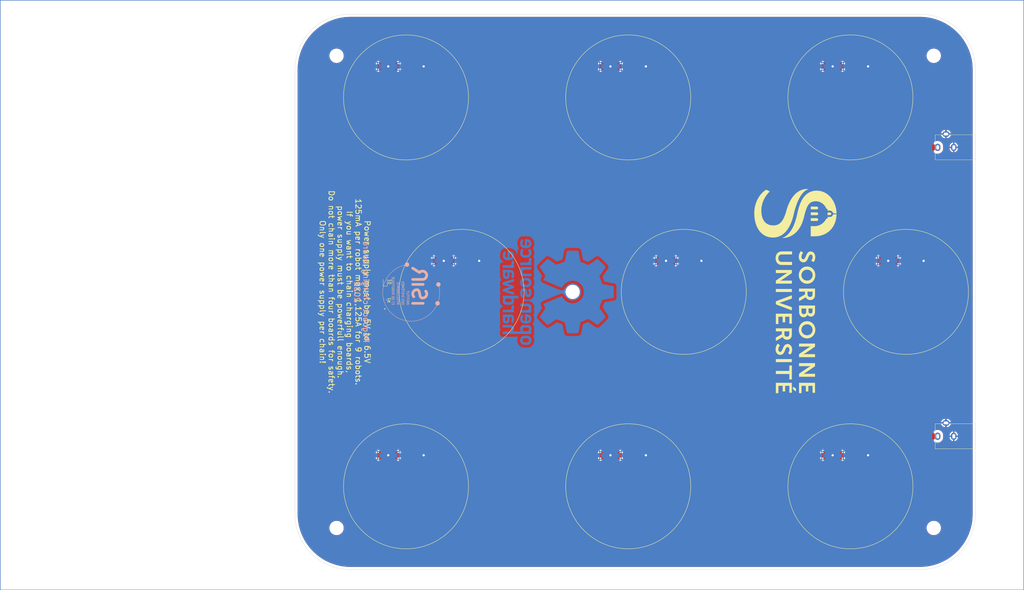
<source format=kicad_pcb>
(kicad_pcb (version 20211014) (generator pcbnew)
  (title_block (title "Charger board for 12 Pogobots") (date "2022-06-15") (rev "1") (company "ISIR - Sorbonne Université"))
  (layers (0 "F.Cu" signal) (31 "B.Cu" signal) (34 "B.Paste" user) (35 "F.Paste" user) (36 "B.SilkS" user "B.Silkscreen") (37 "F.SilkS" user "F.Silkscreen") (38 "B.Mask" user) (39 "F.Mask" user) (44 "Edge.Cuts" user))
  (net 0 "")
  (net 1 "+5V")
  (net 2 "GND")
  (net 3 "Net-(D1-Pad1)")
  (footprint "MyFootprints:90224-AS-minus" (layer "F.Cu") (at 343.5992 198.824)
    (fp_text reference "J24" hide)
    (fp_text value "90224-AS")
    (pad "1" thru_hole circle locked (at -3.55 1.05) (size 0.8 0.8) (drill 0.4) (layers *.Cu *.Mask) (net 2 "GND"))
    (pad "1" thru_hole circle locked (at -3.55 -1.05) (size 0.8 0.8) (drill 0.4) (layers *.Cu *.Mask) (net 2 "GND"))
    (pad "1" thru_hole circle locked (at 0 0) (size 1.524 1.524) (drill 0.8) (layers *.Cu *.Mask) (net 2 "GND"))
    (pad "1" smd roundrect locked (at 0 0) (size 7.9 2.9) (layers "F.Cu" "F.Mask") (roundrect_rratio 0.03703703704) (net 2 "GND"))
    (pad "1" thru_hole circle locked (at 3.55 1.05) (size 0.8 0.8) (drill 0.4) (layers *.Cu *.Mask) (net 2 "GND"))
    (pad "1" thru_hole circle locked (at 3.55 -1.05) (size 0.8 0.8) (drill 0.4) (layers *.Cu *.Mask) (net 2 "GND"))
  )
  (footprint "MyFootprints:90224-AS-minus" (layer "F.Cu") (at 283.5992 128.824)
    (fp_text reference "J13" hide)
    (fp_text value "90224-AS")
    (pad "1" thru_hole circle locked (at 3.55 -1.05) (size 0.8 0.8) (drill 0.4) (layers *.Cu *.Mask) (net 2 "GND"))
    (pad "1" thru_hole circle locked (at 0 0) (size 1.524 1.524) (drill 0.8) (layers *.Cu *.Mask) (net 2 "GND"))
    (pad "1" thru_hole circle locked (at -3.55 1.05) (size 0.8 0.8) (drill 0.4) (layers *.Cu *.Mask) (net 2 "GND"))
    (pad "1" smd roundrect locked (at 0 0) (size 7.9 2.9) (layers "F.Cu" "F.Mask") (roundrect_rratio 0.03703703704) (net 2 "GND"))
    (pad "1" thru_hole circle locked (at 3.55 1.05) (size 0.8 0.8) (drill 0.4) (layers *.Cu *.Mask) (net 2 "GND"))
    (pad "1" thru_hole circle locked (at -3.55 -1.05) (size 0.8 0.8) (drill 0.4) (layers *.Cu *.Mask) (net 2 "GND"))
  )
  (footprint "MyFootprints:90224-AS-minus" (layer "F.Cu") (at 263.5992 58.824)
    (fp_text reference "J15" hide)
    (fp_text value "90224-AS")
    (pad "1" smd roundrect locked (at 0 0) (size 7.9 2.9) (layers "F.Cu" "F.Mask") (roundrect_rratio 0.03703703704) (net 2 "GND"))
    (pad "1" thru_hole circle locked (at 3.55 1.05) (size 0.8 0.8) (drill 0.4) (layers *.Cu *.Mask) (net 2 "GND"))
    (pad "1" thru_hole circle locked (at -3.55 -1.05) (size 0.8 0.8) (drill 0.4) (layers *.Cu *.Mask) (net 2 "GND"))
    (pad "1" thru_hole circle locked (at 0 0) (size 1.524 1.524) (drill 0.8) (layers *.Cu *.Mask) (net 2 "GND"))
    (pad "1" thru_hole circle locked (at -3.55 1.05) (size 0.8 0.8) (drill 0.4) (layers *.Cu *.Mask) (net 2 "GND"))
    (pad "1" thru_hole circle locked (at 3.55 -1.05) (size 0.8 0.8) (drill 0.4) (layers *.Cu *.Mask) (net 2 "GND"))
  )
  (footprint "MyFootprints:90224-AS-plus" (layer "F.Cu") (at 296.35 128.824)
    (fp_text reference "J10" hide)
    (fp_text value "90224-AS")
    (pad "1" thru_hole circle locked (at 0 0) (size 1.524 1.524) (drill 0.8) (layers *.Cu *.Mask))
  )
  (footprint "MyFootprints:Barrel Jack_SparkFun_PRT-10811" (layer "F.Cu") (at 381.39 87.98 180)
    (fp_text reference "J1" hide)
    (fp_text value "Barrel_Jack_Switch")
    (pad "1" thru_hole oval (at 0 0 180) (size 2 2.6) (drill oval 1 1.6) (layers *.Cu *.Mask) (net 1 "+5V"))
    (pad "2" thru_hole oval (at -5.8 0 180) (size 2 2.6) (drill oval 1 1.6) (layers *.Cu *.Mask) (net 2 "GND"))
    (pad "3" thru_hole oval (at -3 4.8 180) (size 2.6 2) (drill oval 1.6 1) (layers *.Cu *.Mask) (net 2 "GND"))
  )
  (footprint "MyFootprints:90224-AS-minus" (layer "F.Cu") (at 343.5992 58.824)
    (fp_text reference "J25" hide)
    (fp_text value "90224-AS")
    (pad "1" smd roundrect locked (at 0 0) (size 7.9 2.9) (layers "F.Cu" "F.Mask") (roundrect_rratio 0.03703703704) (net 2 "GND"))
    (pad "1" thru_hole circle locked (at -3.55 1.05) (size 0.8 0.8) (drill 0.4) (layers *.Cu *.Mask) (net 2 "GND"))
    (pad "1" thru_hole circle locked (at 3.55 -1.05) (size 0.8 0.8) (drill 0.4) (layers *.Cu *.Mask) (net 2 "GND"))
    (pad "1" thru_hole circle locked (at 3.55 1.05) (size 0.8 0.8) (drill 0.4) (layers *.Cu *.Mask) (net 2 "GND"))
    (pad "1" thru_hole circle locked (at 0 0) (size 1.524 1.524) (drill 0.8) (layers *.Cu *.Mask) (net 2 "GND"))
    (pad "1" thru_hole circle locked (at -3.55 -1.05) (size 0.8 0.8) (drill 0.4) (layers *.Cu *.Mask) (net 2 "GND"))
  )
  (footprint "MyFootprints:90224-AS-plus" (layer "F.Cu") (at 356.35 58.824)
    (fp_text reference "J19" hide)
    (fp_text value "90224-AS")
    (pad "1" thru_hole circle locked (at 0 0) (size 1.524 1.524) (drill 0.8) (layers *.Cu *.Mask))
  )
  (footprint "LED_SMD:LED_0603_1608Metric_Pad1.05x0.95mm_HandSolder" (layer "F.Cu") (at 182.475 136.25 90)
    (fp_text reference "D1" (at -0.08 1.7 270) (layer "F.SilkS"))
    (fp_text value "LED")
    (pad "1" smd roundrect (at -0.875 0 90) (size 1.05 0.95) (layers "F.Cu" "F.Paste" "F.Mask") (net 3 "Net-(D1-Pad1)"))
    (pad "2" smd roundrect (at 0.875 0 90) (size 1.05 0.95) (layers "F.Cu" "F.Paste" "F.Mask") (net 1 "+5V"))
  )
  (footprint "MyFootprints:90224-AS-minus" (layer "F.Cu") (at 263.5992 198.824)
    (fp_text reference "J17" hide)
    (fp_text value "90224-AS")
    (pad "1" thru_hole circle locked (at 0 0) (size 1.524 1.524) (drill 0.8) (layers *.Cu *.Mask) (net 2 "GND"))
    (pad "1" thru_hole circle locked (at 3.55 1.05) (size 0.8 0.8) (drill 0.4) (layers *.Cu *.Mask) (net 2 "GND"))
    (pad "1" thru_hole circle locked (at 3.55 -1.05) (size 0.8 0.8) (drill 0.4) (layers *.Cu *.Mask) (net 2 "GND"))
    (pad "1" thru_hole circle locked (at -3.55 -1.05) (size 0.8 0.8) (drill 0.4) (layers *.Cu *.Mask) (net 2 "GND"))
    (pad "1" smd roundrect locked (at 0 0) (size 7.9 2.9) (layers "F.Cu" "F.Mask") (roundrect_rratio 0.03703703704) (net 2 "GND"))
    (pad "1" thru_hole circle locked (at -3.55 1.05) (size 0.8 0.8) (drill 0.4) (layers *.Cu *.Mask) (net 2 "GND"))
  )
  (footprint "MyFootprints:90224-AS-plus" (layer "F.Cu") (at 276.35 198.824)
    (fp_text reference "J8" hide)
    (fp_text value "90224-AS")
    (pad "1" thru_hole circle locked (at 0 0) (size 1.524 1.524) (drill 0.8) (layers *.Cu *.Mask))
  )
  (footprint "MyFootprints:90224-AS-minus" (layer "F.Cu") (at 363.5992 128.824)
    (fp_text reference "J23" hide)
    (fp_text value "90224-AS")
    (pad "1" thru_hole circle locked (at -3.55 -1.05) (size 0.8 0.8) (drill 0.4) (layers *.Cu *.Mask) (net 2 "GND"))
    (pad "1" thru_hole circle locked (at 3.55 1.05) (size 0.8 0.8) (drill 0.4) (layers *.Cu *.Mask) (net 2 "GND"))
    (pad "1" thru_hole circle locked (at 0 0) (size 1.524 1.524) (drill 0.8) (layers *.Cu *.Mask) (net 2 "GND"))
    (pad "1" thru_hole circle locked (at 3.55 -1.05) (size 0.8 0.8) (drill 0.4) (layers *.Cu *.Mask) (net 2 "GND"))
    (pad "1" thru_hole circle locked (at -3.55 1.05) (size 0.8 0.8) (drill 0.4) (layers *.Cu *.Mask) (net 2 "GND"))
    (pad "1" smd roundrect locked (at 0 0) (size 7.9 2.9) (layers "F.Cu" "F.Mask") (roundrect_rratio 0.03703703704) (net 2 "GND"))
  )
  (footprint "MyFootprints:90224-AS-plus" (layer "F.Cu") (at 376.35 128.824)
    (fp_text reference "J21" hide)
    (fp_text value "90224-AS")
    (pad "1" thru_hole circle locked (at 0 0) (size 1.524 1.524) (drill 0.8) (layers *.Cu *.Mask))
  )
  (footprint "MountingHole:MountingHole_3.2mm_M3" (layer "F.Cu") (at 380 55)
    (fp_text reference "REF**" hide)
    (fp_text value "MountingHole_3.2mm_M3")
    (pad "" np_thru_hole circle locked (at 0 0) (size 3.2 3.2) (drill 3.2) (layers *.Cu *.Mask))
  )
  (footprint "MyFootprints:Barrel Jack_SparkFun_PRT-10811" (layer "F.Cu") (at 381.39 191.98 180)
    (fp_text reference "J4" hide)
    (fp_text value "Barrel_Jack_Switch")
    (pad "1" thru_hole oval (at 0 0 180) (size 2 2.6) (drill oval 1 1.6) (layers *.Cu *.Mask) (net 1 "+5V"))
    (pad "2" thru_hole oval (at -5.8 0 180) (size 2 2.6) (drill oval 1 1.6) (layers *.Cu *.Mask) (net 2 "GND"))
    (pad "3" thru_hole oval (at -3 4.8 180) (size 2.6 2) (drill oval 1.6 1) (layers *.Cu *.Mask) (net 2 "GND"))
  )
  (footprint "MyFootprints:90224-AS-plus" (layer "F.Cu") (at 196.35 58.824)
    (fp_text reference "J11" hide)
    (fp_text value "90224-AS")
    (pad "1" thru_hole circle locked (at 0 0) (size 1.524 1.524) (drill 0.8) (layers *.Cu *.Mask))
  )
  (footprint "MountingHole:MountingHole_3.2mm_M3" (layer "F.Cu") (at 165 225)
    (fp_text reference "REF**" hide)
    (fp_text value "MountingHole_3.2mm_M3")
    (pad "" np_thru_hole circle locked (at 0 0) (size 3.2 3.2) (drill 3.2) (layers *.Cu *.Mask))
  )
  (footprint "MyFootprints:90224-AS-plus" (layer "F.Cu") (at 276.35 58.824)
    (fp_text reference "J6" hide)
    (fp_text value "90224-AS")
    (pad "1" thru_hole circle locked (at 0 0) (size 1.524 1.524) (drill 0.8) (layers *.Cu *.Mask))
  )
  (footprint "Resistor_SMD:R_0603_1608Metric_Pad0.98x0.95mm_HandSolder" (layer "F.Cu") (at 182.475 142.8475 -90)
    (fp_text reference "R1" (at 0.0825 -1.5 -90) (layer "F.SilkS"))
    (fp_text value "10k")
    (pad "1" smd roundrect (at -0.9125 0 270) (size 0.975 0.95) (layers "F.Cu" "F.Paste" "F.Mask") (net 3 "Net-(D1-Pad1)"))
    (pad "2" smd roundrect (at 0.9125 0 270) (size 0.975 0.95) (layers "F.Cu" "F.Paste" "F.Mask") (net 2 "GND"))
  )
  (footprint "MyFootprints:LOGO_SU_80mm_mask" (layer "F.Cu") (at 330.2 139.7 -90)
    (fp_text reference "G***" hide)
    (fp_text value "LOGO" hide)
  )
  (footprint "MyFootprints:90224-AS-minus" (layer "F.Cu") (at 183.5992 58.824)
    (fp_text reference "J16" hide)
    (fp_text value "90224-AS")
    (pad "1" thru_hole circle locked (at -3.55 1.05) (size 0.8 0.8) (drill 0.4) (layers *.Cu *.Mask) (net 2 "GND"))
    (pad "1" thru_hole circle locked (at -3.55 -1.05) (size 0.8 0.8) (drill 0.4) (layers *.Cu *.Mask) (net 2 "GND"))
    (pad "1" thru_hole circle locked (at 3.55 1.05) (size 0.8 0.8) (drill 0.4) (layers *.Cu *.Mask) (net 2 "GND"))
    (pad "1" thru_hole circle locked (at 0 0) (size 1.524 1.524) (drill 0.8) (layers *.Cu *.Mask) (net 2 "GND"))
    (pad "1" thru_hole circle locked (at 3.55 -1.05) (size 0.8 0.8) (drill 0.4) (layers *.Cu *.Mask) (net 2 "GND"))
    (pad "1" smd roundrect locked (at 0 0) (size 7.9 2.9) (layers "F.Cu" "F.Mask") (roundrect_rratio 0.03703703704) (net 2 "GND"))
  )
  (footprint "MountingHole:MountingHole_3.2mm_M3" (layer "F.Cu") (at 380 225)
    (fp_text reference "REF**" hide)
    (fp_text value "MountingHole_3.2mm_M3")
    (pad "" np_thru_hole circle locked (at 0 0) (size 3.2 3.2) (drill 3.2) (layers *.Cu *.Mask))
  )
  (footprint "MyFootprints:90224-AS-plus" (layer "F.Cu") (at 216.35 128.824)
    (fp_text reference "J22" hide)
    (fp_text value "90224-AS")
    (pad "1" thru_hole circle locked (at 0 0) (size 1.524 1.524) (drill 0.8) (layers *.Cu *.Mask))
  )
  (footprint "MyFootprints:90224-AS-minus" (layer "F.Cu") (at 203.5992 128.824)
    (fp_text reference "J26" hide)
    (fp_text value "90224-AS")
    (pad "1" thru_hole circle locked (at -3.55 -1.05) (size 0.8 0.8) (drill 0.4) (layers *.Cu *.Mask) (net 2 "GND"))
    (pad "1" thru_hole circle locked (at 3.55 1.05) (size 0.8 0.8) (drill 0.4) (layers *.Cu *.Mask) (net 2 "GND"))
    (pad "1" thru_hole circle locked (at -3.55 1.05) (size 0.8 0.8) (drill 0.4) (layers *.Cu *.Mask) (net 2 "GND"))
    (pad "1" smd roundrect locked (at 0 0) (size 7.9 2.9) (layers "F.Cu" "F.Mask") (roundrect_rratio 0.03703703704) (net 2 "GND"))
    (pad "1" thru_hole circle locked (at 0 0) (size 1.524 1.524) (drill 0.8) (layers *.Cu *.Mask) (net 2 "GND"))
    (pad "1" thru_hole circle locked (at 3.55 -1.05) (size 0.8 0.8) (drill 0.4) (layers *.Cu *.Mask) (net 2 "GND"))
  )
  (footprint "MountingHole:MountingHole_3.2mm_M3" (layer "F.Cu") (at 165 55)
    (fp_text reference "REF**" hide)
    (fp_text value "MountingHole_3.2mm_M3")
    (pad "" np_thru_hole circle locked (at 0 0) (size 3.2 3.2) (drill 3.2) (layers *.Cu *.Mask))
  )
  (footprint "MountingHole:MountingHole_3.2mm_M3" (layer "F.Cu") (at 250 140)
    (fp_text reference "REF**" hide)
    (fp_text value "MountingHole_3.2mm_M3")
    (pad "" np_thru_hole circle locked (at 0 0) (size 3.2 3.2) (drill 3.2) (layers *.Cu *.Mask))
  )
  (footprint "MyFootprints:90224-AS-plus" (layer "F.Cu") (at 196.35 198.824)
    (fp_text reference "J20" hide)
    (fp_text value "90224-AS")
    (pad "1" thru_hole circle locked (at 0 0) (size 1.524 1.524) (drill 0.8) (layers *.Cu *.Mask))
  )
  (footprint "MyFootprints:90224-AS-minus" (layer "F.Cu") (at 183.5992 198.824)
    (fp_text reference "J12" hide)
    (fp_text value "90224-AS")
    (pad "1" thru_hole circle locked (at -3.55 -1.05) (size 0.8 0.8) (drill 0.4) (layers *.Cu *.Mask) (net 2 "GND"))
    (pad "1" thru_hole circle locked (at 0 0) (size 1.524 1.524) (drill 0.8) (layers *.Cu *.Mask) (net 2 "GND"))
    (pad "1" thru_hole circle locked (at 3.55 1.05) (size 0.8 0.8) (drill 0.4) (layers *.Cu *.Mask) (net 2 "GND"))
    (pad "1" thru_hole circle locked (at 3.55 -1.05) (size 0.8 0.8) (drill 0.4) (layers *.Cu *.Mask) (net 2 "GND"))
    (pad "1" thru_hole circle locked (at -3.55 1.05) (size 0.8 0.8) (drill 0.4) (layers *.Cu *.Mask) (net 2 "GND"))
    (pad "1" smd roundrect locked (at 0 0) (size 7.9 2.9) (layers "F.Cu" "F.Mask") (roundrect_rratio 0.03703703704) (net 2 "GND"))
  )
  (footprint "MyFootprints:90224-AS-plus" (layer "F.Cu") (at 356.35 198.824)
    (fp_text reference "J9" hide)
    (fp_text value "90224-AS")
    (pad "1" thru_hole circle locked (at 0 0) (size 1.524 1.524) (drill 0.8) (layers *.Cu *.Mask))
  )
  (footprint "Symbol:OSHW-Logo_38.1x40mm_Copper" (layer "B.Cu") (at 244.8 140.075 90)
    (fp_text reference "REF**" hide)
    (fp_text value "OSHW-Logo_38.1x40mm_Copper" hide)
    (fp_poly (pts (xy -16.810779 -9.703603) (xy -16.375105 -9.896215) (xy -16.044367 -10.217838) (xy -15.818085 -10.668963) (xy -15.695776 -11.250083) (xy -15.687009 -11.340815) (xy -15.680139 -11.980512) (xy -15.769203 -12.541228) (xy -15.948781 -12.995693) (xy -16.044942 -13.141882) (xy -16.37989 -13.451285) (xy -16.806463 -13.651675) (xy -17.283692 -13.734835) (xy -17.770605 -13.692544) (xy -18.14074 -13.56229) (xy -18.459041 -13.342786) (xy -18.719191 -13.054992) (xy -18.723691 -13.048259) (xy -18.82934 -12.870628) (xy -18.897998 -12.69201) (xy -18.939575 -12.466588) (xy -18.963982 -12.148545) (xy -18.974734 -11.887736) (xy -18.97921 -11.651222) (xy -18.146588 -11.651222) (xy -18.13845 -11.88667) (xy -18.10891 -12.200097) (xy -18.056795 -12.401241) (xy -17.962813 -12.544346) (xy -17.874793 -12.627941) (xy -17.562753 -12.802967) (xy -17.236261 -12.826358) (xy -16.932192 -12.700424) (xy -16.78016 -12.559306) (xy -16.670605 -12.417099) (xy -16.606525 -12.281024) (xy -16.5784 -12.103933) (xy -16.576715 -11.838677) (xy -16.585382 -11.594389) (xy -16.604022 -11.245419) (xy -16.633575 -11.019076) (xy -16.68684 -10.871441) (xy -16.776618 -10.758595) (xy -16.84776 -10.694099) (xy -17.145341 -10.524679) (xy -17.466374 -10.516234) (xy -17.735559 -10.616584) (xy -17.965199 -10.826149) (xy -18.102008 -11.170396) (xy -18.146588 -11.651222) (xy -18.97921 -11.651222) (xy -18.984551 -11.369095) (xy -18.967785 -10.98122) (xy -18.917543 -10.68949) (xy -18.826936 -10.459281) (xy -18.689072 -10.255972) (xy -18.637956 -10.195604) (xy -18.31835 -9.894823) (xy -17.975537 -9.719132) (xy -17.556302 -9.645524) (xy -17.351871 -9.639508) (xy -16.810779 -9.703603)) (layer "B.Cu") (width 0.01) (fill solid))
    (fp_poly (pts (xy 17.735584 -9.646038) (xy 17.948829 -9.697843) (xy 18.357661 -9.887543) (xy 18.707251 -10.177266) (xy 18.949194 -10.524639) (xy 18.982434 -10.602634) (xy 19.028032 -10.80693) (xy 19.05995 -11.109146) (xy 19.07082 -11.414601) (xy 19.07082 -11.992131) (xy 17.863279 -11.992131) (xy 17.365238 -11.994014) (xy 17.014379 -12.005445) (xy 16.791331 -12.035099) (xy 16.676721 -12.091653) (xy 16.651177 -12.183779) (xy 16.695325 -12.320154) (xy 16.774411 -12.479726) (xy 16.995018 -12.746034) (xy 17.301584 -12.878709) (xy 17.676283 -12.874388) (xy 18.100726 -12.729981) (xy 18.467547 -12.551766) (xy 18.771925 -12.79244) (xy 19.076302 -13.033115) (xy 18.789949 -13.297685) (xy 18.407657 -13.547663) (xy 17.937507 -13.698378) (xy 17.431797 -13.740555) (xy 16.942826 -13.66492) (xy 16.863935 -13.639256) (xy 16.43418 -13.414827) (xy 16.114501 -13.080236) (xy 15.898161 -12.625495) (xy 15.778421 -12.040615) (xy 15.777026 -12.02808) (xy 15.766305 -11.390664) (xy 15.809646 -11.163263) (xy 16.655738 -11.163263) (xy 16.733444 -11.198231) (xy 16.944411 -11.225016) (xy 17.255414 -11.240309) (xy 17.452498 -11.242623) (xy 17.820027 -11.241175) (xy 18.049829 -11.231966) (xy 18.170732 -11.207695) (xy 18.211567 -11.16106) (xy 18.201162 -11.084763) (xy 18.192434 -11.055246) (xy 18.043449 -10.777888) (xy 17.809132 -10.554358) (xy 17.602347 -10.456132) (xy 17.327632 -10.462063) (xy 17.049259 -10.584556) (xy 16.815749 -10.787365) (xy 16.675621 -11.034244) (xy 16.655738 -11.163263) (xy 15.809646 -11.163263) (xy 15.873158 -10.83004) (xy 16.085145 -10.359559) (xy 16.389822 -9.992568) (xy 16.774749 -9.742418) (xy 17.227484 -9.622458) (xy 17.735584 -9.646038)) (layer "B.Cu") (width 0.01) (fill solid))
    (fp_poly (pts (xy 11.917738 -9.656462) (xy 12.204184 -9.743978) (xy 12.388612 -9.85456) (xy 12.448689 -9.942007) (xy 12.432152 -10.045667) (xy 12.324854 -10.208517) (xy 12.234127 -10.323853) (xy 12.047093 -10.532364) (xy 11.906574 -10.62009) (xy 11.786787 -10.614364) (xy 11.431441 -10.523933) (xy 11.170468 -10.52804) (xy 10.958547 -10.630522) (xy 10.887401 -10.690504) (xy 10.659673 -10.901555) (xy 10.659673 -13.657705) (xy 9.743607 -13.657705) (xy 9.743607 -9.660328) (xy 10.20164 -9.660328) (xy 10.476637 -9.671203) (xy 10.618516 -9.709817) (xy 10.659655 -9.785151) (xy 10.659673 -9.787384) (xy 10.679101 -9.866292) (xy 10.766957 -9.856) (xy 10.888689 -9.799072) (xy 11.140109 -9.693138) (xy 11.344268 -9.629405) (xy 11.606961 -9.613066) (xy 11.917738 -9.656462)) (layer "B.Cu") (width 0.01) (fill solid))
    (fp_poly (pts (xy 2.49661 17.948081) (xy 2.873115 15.950917) (xy 5.651617 14.805527) (xy 7.318256 15.938829) (xy 7.785002 16.254378) (xy 8.206915 16.536122) (xy 8.564307 16.771198) (xy 8.837489 16.946742) (xy 9.006773 17.04989) (xy 9.052875 17.072131) (xy 9.135926 17.01493) (xy 9.313397 16.856792) (xy 9.565395 16.617919) (xy 9.872028 16.318512) (xy 10.213404 15.978771) (xy 10.569629 15.618898) (xy 10.920812 15.259093) (xy 11.247061 14.919557) (xy 11.528482 14.620492) (xy 11.745185 14.382097) (xy 11.877275 14.224575) (xy 11.908853 14.171857) (xy 11.863407 14.074669) (xy 11.735999 13.861748) (xy 11.540026 13.553922) (xy 11.288883 13.172018) (xy 10.995965 12.736862) (xy 10.82623 12.488659) (xy 10.516853 12.035442) (xy 10.241941 11.62646) (xy 10.014829 11.28207) (xy 9.848856 11.02263) (xy 9.757356 10.868498) (xy 9.743607 10.836107) (xy 9.774776 10.74405) (xy 9.859737 10.529501) (xy 9.985671 10.222626) (xy 10.139759 9.853589) (xy 10.30918 9.452558) (xy 10.481116 9.049696) (xy 10.642747 8.67517) (xy 10.781254 8.359145) (xy 10.883817 8.131786) (xy 10.937618 8.02326) (xy 10.940793 8.018989) (xy 11.025271 7.998267) (xy 11.250253 7.952037) (xy 11.592418 7.884843) (xy 12.028447 7.801231) (xy 12.535019 7.705746) (xy 12.830577 7.650682) (xy 13.371876 7.54762) (xy 13.860795 7.44955) (xy 14.2726 7.361839) (xy 14.582555 7.289853) (xy 14.765925 7.238958) (xy 14.802787 7.22281) (xy 14.83889 7.113516) (xy 14.86802 6.866676) (xy 14.890196 6.511155) (xy 14.905439 6.075818) (xy 14.913769 5.58953) (xy 14.915204 5.081155) (xy 14.909764 4.57956) (xy 14.89747 4.113608) (xy 14.878342 3.712164) (xy 14.852398 3.404093) (xy 14.819658 3.218261) (xy 14.800022 3.179574) (xy 14.682647 3.133205) (xy 14.433933 3.066913) (xy 14.08678 2.988485) (xy 13.674085 2.90571) (xy 13.530022 2.878932) (xy 12.835438 2.751706) (xy 12.286767 2.649245) (xy 11.865879 2.567478) (xy 11.554645 2.502333) (xy 11.334935 2.449737) (xy 11.188622 2.405617) (xy 11.097575 2.365902) (xy 11.043666 2.326519) (xy 11.036123 2.318736) (xy 10.960831 2.193352) (xy 10.845972 1.949339) (xy 10.703016 1.616576) (xy 10.543431 1.224943) (xy 10.378686 0.80432) (xy 10.22025 0.384585) (xy 10.079592 -0.004381) (xy 9.968179 -0.332699) (xy 9.897482 -0.570489) (xy 9.878969 -0.687872) (xy 9.880512 -0.691983) (xy 9.943241 -0.787928) (xy 10.085549 -0.999031) (xy 10.29248 -1.303319) (xy 10.549081 -1.67882) (xy 10.840398 -2.103559) (xy 10.923361 -2.22426) (xy 11.219174 -2.661858) (xy 11.479478 -3.061123) (xy 11.69009 -3.39913) (xy 11.836833 -3.65295) (xy 11.905526 -3.799657) (xy 11.908853 -3.817681) (xy 11.851138 -3.912414) (xy 11.691662 -4.100084) (xy 11.450924 -4.360522) (xy 11.149427 -4.673557) (xy 10.807672 -5.01902) (xy 10.446158 -5.376741) (xy 10.085389 -5.726551) (xy 9.745864 -6.048279) (xy 9.448084 -6.321756) (xy 9.212552 -6.526813) (xy 9.059767 -6.64328) (xy 9.017501 -6.662295) (xy 8.91912 -6.617507) (xy 8.717695 -6.496712) (xy 8.446035 -6.320257) (xy 8.237021 -6.17823) (xy 7.858298 -5.917622) (xy 7.409798 -5.610767) (xy 6.959929 -5.304402) (xy 6.718065 -5.140436) (xy 5.899408 -4.586706) (xy 5.212204 -4.958271) (xy 4.899131 -5.121046) (xy 4.632909 -5.247567) (xy 4.452778 -5.319729) (xy 4.406926 -5.32977) (xy 4.35179 -5.255634) (xy 4.243017 -5.046138) (xy 4.088726 -4.720605) (xy 3.897036 -4.298361) (xy 3.676068 -3.798729) (xy 3.433942 -3.241033) (xy 3.178778 -2.644598) (xy 2.918695 -2.028748) (xy 2.661813 -1.412807) (xy 2.416253 -0.816099) (xy 2.190134 -0.257949) (xy 1.991576 0.242319) (xy 1.828699 0.665381) (xy 1.709623 0.991914) (xy 1.642468 1.202591) (xy 1.631668 1.274947) (xy 1.717268 1.367239) (xy 1.904688 1.517057) (xy 2.154747 1.693272) (xy 2.175735 1.707213) (xy 2.82204 2.224558) (xy 3.343174 2.828124) (xy 3.734621 3.49861) (xy 3.991865 4.216717) (xy 4.11039 4.963148) (xy 4.085678 5.718601) (xy 3.913214 6.463779) (xy 3.588482 7.179381) (xy 3.492944 7.335946) (xy 2.996019 7.968163) (xy 2.408963 8.475843) (xy 1.752094 8.856346) (xy 1.04573 9.10703) (xy 0.310191 9.225257) (xy -0.434206 9.208386) (xy -1.167141 9.053776) (xy -1.868297 8.758788) (xy -2.517354 8.320781) (xy -2.718127 8.143004) (xy -3.229101 7.586513) (xy -3.601444 7.000688) (xy -3.856859 6.344029) (xy -3.999111 5.693734) (xy -4.034227 4.962596) (xy -3.917131 4.227829) (xy -3.659715 3.514268) (xy -3.273875 2.846748) (xy -2.771503 2.250107) (xy -2.164496 1.749178) (xy -2.08472 1.696375) (xy -1.831981 1.523456) (xy -1.639853 1.373632) (xy -1.547999 1.277971) (xy -1.546663 1.274947) (xy -1.566383 1.171466) (xy -1.644555 0.936608) (xy -1.773055 0.589693) (xy -1.943759 0.150042) (xy -2.148546 -0.363026) (xy -2.379292 -0.930192) (xy -2.627874 -1.532134) (xy -2.886168 -2.149534) (xy -3.146052 -2.763072) (xy -3.399403 -3.353427) (xy -3.638097 -3.90128) (xy -3.854011 -4.387312) (xy -4.039023 -4.792201) (xy -4.185008 -5.096629) (xy -4.283845 -5.281276) (xy -4.323646 -5.32977) (xy -4.445268 -5.292008) (xy -4.672836 -5.190728) (xy -4.967109 -5.044033) (xy -5.128924 -4.958271) (xy -5.816129 -4.586706) (xy -6.634785 -5.140436) (xy -7.052691 -5.424108) (xy -7.510226 -5.736281) (xy -7.938981 -6.030217) (xy -8.153742 -6.17823) (xy -8.455795 -6.381062) (xy -8.711563 -6.541796) (xy -8.887684 -6.640081) (xy -8.944889 -6.660858) (xy -9.028151 -6.60481) (xy -9.212421 -6.448343) (xy -9.479836 -6.207703) (xy -9.81253 -5.899135) (xy -10.19264 -5.538885) (xy -10.433041 -5.307579) (xy -10.85363 -4.894333) (xy -11.217111 -4.524716) (xy -11.508793 -4.214539) (xy -11.713981 -3.979613) (xy -11.817982 -3.83575) (xy -11.827959 -3.806555) (xy -11.781658 -3.695505) (xy -11.653708 -3.470967) (xy -11.458305 -3.155674) (xy -11.20964 -2.772358) (xy -10.921907 -2.343752) (xy -10.840081 -2.22426) (xy -10.541934 -1.789963) (xy -10.274449 -1.39895) (xy -10.052582 -1.073197) (xy -9.891287 -0.834674) (xy -9.805518 -0.705356) (xy -9.797233 -0.691983) (xy -9.809624 -0.588924) (xy -9.875399 -0.362331) (xy -9.983089 -0.042084) (xy -10.121225 0.341937) (xy -10.278338 0.759852) (xy -10.44296 1.181782) (xy -10.603622 1.577848) (xy -10.748855 1.918169) (xy -10.86719 2.172866) (xy -10.947159 2.312059) (xy -10.952843 2.318736) (xy -11.001745 2.358516) (xy -11.084338 2.397854) (xy -11.218753 2.440823) (xy -11.423117 2.491495) (xy -11.715561 2.553942) (xy -12.114214 2.632237) (xy -12.637205 2.730451) (xy -13.302662 2.852657) (xy -13.446743 2.878932) (xy -13.873769 2.961437) (xy -14.246043 3.042149) (xy -14.530667 3.113279) (xy -14.694742 3.167041) (xy -14.716743 3.179574) (xy -14.752996 3.290693) (xy -14.782465 3.539011) (xy -14.805128 3.895663) (xy -14.820967 4.331783) (xy -14.829962 4.818508) (xy -14.832092 5.326972) (xy -14.827339 5.828311) (xy -14.815682 6.293659) (xy -14.797101 6.694152) (xy -14.771578 7.000925) (xy -14.739092 7.185113) (xy -14.719508 7.22281) (xy -14.610478 7.260837) (xy -14.362207 7.322701) (xy -13.999429 7.403036) (xy -13.546879 7.496476) (xy -13.029293 7.597654) (xy -12.747297 7.650682) (xy -12.212254 7.750701) (xy -11.735124 7.841308) (xy -11.339228 7.917958) (xy -11.047886 7.976106) (xy -10.884418 8.011207) (xy -10.857514 8.018989) (xy -10.812042 8.106724) (xy -10.71592 8.318049) (xy -10.581962 8.622774) (xy -10.422979 8.990708) (xy -10.251784 9.39166) (xy -10.08119 9.795439) (xy -9.924009 10.171854) (xy -9.793054 10.490716) (xy -9.701138 10.721832) (xy -9.661073 10.835012) (xy -9.660327 10.839959) (xy -9.705747 10.929243) (xy -9.833082 11.134706) (xy -10.02895 11.435927) (xy -10.279966 11.812487) (xy -10.572748 12.243964) (xy -10.74295 12.491804) (xy -11.053089 12.946234) (xy -11.32855 13.35881) (xy -11.555893 13.708659) (xy -11.721677 13.974911) (xy -11.812462 14.136694) (xy -11.825573 14.172961) (xy -11.76921 14.257377) (xy -11.613391 14.437619) (xy -11.378019 14.693493) (xy -11.083 15.004808) (xy -10.748238 15.35137) (xy -10.393638 15.712987) (xy -10.039103 16.069466) (xy -9.704539 16.400615) (xy -9.409849 16.686241) (xy -9.174939 16.90615) (xy -9.019713 17.040152) (xy -8.967784 17.072131) (xy -8.883231 17.027163) (xy -8.680997 16.90083) (xy -8.380746 16.705994) (xy -8.00214 16.455514) (xy -7.564841 16.162251) (xy -7.234977 15.938829) (xy -5.568338 14.805527) (xy -2.789836 15.950917) (xy -2.413331 17.948081) (xy -2.036826 19.945246) (xy 2.120105 19.945246) (xy 2.49661 17.948081)) (layer "B.Cu") (width 0.01) (fill solid))
    (fp_poly (pts (xy 0.092836 -9.646006) (xy 0.4082 -9.705814) (xy 0.735371 -9.830904) (xy 0.770328 -9.846852) (xy 1.018435 -9.977312) (xy 1.190259 -10.098547) (xy 1.245796 -10.176212) (xy 1.192907 -10.302873) (xy 1.06444 -10.489761) (xy 1.007417 -10.559524) (xy 0.772422 -10.834131) (xy 0.469465 -10.655382) (xy 0.18114 -10.536303) (xy -0.151999 -10.472652) (xy -0.471476 -10.468632) (xy -0.718811 -10.528441) (xy -0.778167 -10.565771) (xy -0.891204 -10.736932) (xy -0.904941 -10.934097) (xy -0.820359 -11.088124) (xy -0.770327 -11.117996) (xy -0.620407 -11.155093) (xy -0.356878 -11.198695) (xy -0.032017 -11.240359) (xy 0.027913 -11.246893) (xy 0.54968 -11.33715) (xy 0.92811 -11.49046) (xy 1.179086 -11.720981) (xy 1.318487 -12.042869) (xy 1.361912 -12.43603) (xy 1.301922 -12.882946) (xy 1.107118 -13.233897) (xy 0.776723 -13.489515) (xy 0.309955 -13.650435) (xy -0.208196 -13.713924) (xy -0.630734 -13.71316) (xy -0.973469 -13.655497) (xy -1.20754 -13.575888) (xy -1.5033 -13.437173) (xy -1.776625 -13.276194) (xy -1.87377 -13.205339) (xy -2.123606 -13.001409) (xy -1.822293 -12.696517) (xy -1.520981 -12.391626) (xy -1.178408 -12.61833) (xy -0.834811 -12.788599) (xy -0.467904 -12.877659) (xy -0.115205 -12.887056) (xy 0.185763 -12.81834) (xy 0.397481 -12.673058) (xy 0.465843 -12.550475) (xy 0.455588 -12.353881) (xy 0.285715 -12.203545) (xy -0.043313 -12.099731) (xy -0.403798 -12.05175) (xy -0.958582 -11.960207) (xy -1.37073 -11.787496) (xy -1.645756 -11.52856) (xy -1.789174 -11.178344) (xy -1.809042 -10.76313) (xy -1.710904 -10.329428) (xy -1.48716 -10.001609) (xy -1.135806 -9.778175) (xy -0.654837 -9.657628) (xy -0.298513 -9.633997) (xy 0.092836 -9.646006)) (layer "B.Cu") (width 0.01) (fill solid))
    (fp_poly (pts (xy 10.830214 -15.904919) (xy 11.150364 -15.968034) (xy 11.332625 -16.061485) (xy 11.524358 -16.21674) (xy 11.251575 -16.561157) (xy 11.083389 -16.769733) (xy 10.969185 -16.871491) (xy 10.855688 -16.887037) (xy 10.689622 -16.836976) (xy 10.611667 -16.808654) (xy 10.293852 -16.766866) (xy 10.002799 -16.85644) (xy 9.789121 -17.058798) (xy 9.75441 -17.123317) (xy 9.716607 -17.29423) (xy 9.687432 -17.609212) (xy 9.668253 -18.045937) (xy 9.660438 -18.582075) (xy 9.660328 -18.658344) (xy 9.660328 -19.986885) (xy 8.744263 -19.986885) (xy 8.744263 -15.906229) (xy 9.202296 -15.906229) (xy 9.466399 -15.913125) (xy 9.603984 -15.943814) (xy 9.654861 -16.013296) (xy 9.660328 -16.078831) (xy 9.660328 -16.251433) (xy 9.879756 -16.078831) (xy 10.13136 -15.961076) (xy 10.469362 -15.902852) (xy 10.830214 -15.904919)) (layer "B.Cu") (width 0.01) (fill solid))
    (fp_poly (pts (xy 4.045043 -9.70961) (xy 4.466272 -9.939009) (xy 4.795831 -10.301147) (xy 4.951108 -10.595675) (xy 5.017772 -10.855814) (xy 5.060967 -11.226665) (xy 5.079479 -11.653878) (xy 5.07209 -12.0831) (xy 5.037588 -12.459981) (xy 4.997287 -12.661273) (xy 4.861335 -12.936645) (xy 4.625885 -13.229132) (xy 4.342131 -13.484903) (xy 4.061265 -13.650125) (xy 4.054415 -13.652746) (xy 3.705891 -13.724943) (xy 3.292854 -13.72673) (xy 2.900349 -13.661002) (xy 2.748792 -13.608322) (xy 2.358442 -13.386967) (xy 2.078877 -13.096955) (xy 1.895199 -12.713005) (xy 1.792509 -12.209839) (xy 1.769275 -11.946283) (xy 1.772239 -11.615106) (xy 2.664919 -11.615106) (xy 2.694989 -12.098353) (xy 2.781545 -12.466606) (xy 2.919103 -12.701897) (xy 3.017101 -12.76918) (xy 3.268186 -12.8161) (xy 3.566637 -12.802208) (xy 3.824667 -12.73469) (xy 3.892332 -12.697544) (xy 4.070857 -12.481198) (xy 4.18869 -12.150101) (xy 4.238848 -11.747162) (xy 4.214348 -11.315292) (xy 4.159593 -11.055379) (xy 4.002383 -10.754381) (xy 3.754209 -10.566227) (xy 3.455323 -10.501173) (xy 3.145974 -10.569476) (xy 2.908349 -10.736545) (xy 2.78347 -10.874386) (xy 2.710586 -11.010252) (xy 2.675846 -11.194128) (xy 2.665399 -11.475998) (xy 2.664919 -11.615106) (xy 1.772239 -11.615106) (xy 1.77557 -11.242989) (xy 1.890112 -10.666268) (xy 2.112914 -10.216098) (xy 2.443987 -9.89246) (xy 2.883341 -9.695331) (xy 2.977684 -9.672472) (xy 3.544672 -9.618811) (xy 4.045043 -9.70961)) (layer "B.Cu") (width 0.01) (fill solid))
    (fp_poly (pts (xy 14.684577 -9.695204) (xy 15.167087 -9.90018) (xy 15.319062 -9.999961) (xy 15.513296 -10.153301) (xy 15.635225 -10.273871) (xy 15.656394 -10.313142) (xy 15.596616 -10.400284) (xy 15.443638 -10.548153) (xy 15.321165 -10.651358) (xy 14.985935 -10.920755) (xy 14.721228 -10.698019) (xy 14.516672 -10.554226) (xy 14.317221 -10.504591) (xy 14.08895 -10.516713) (xy 13.726468 -10.606836) (xy 13.476951 -10.793898) (xy 13.325316 -11.096307) (xy 13.25648 -11.532472) (xy 13.256463 -11.532745) (xy 13.262416 -12.020248) (xy 13.354934 -12.377932) (xy 13.539485 -12.621459) (xy 13.6653 -12.703927) (xy 13.999435 -12.806621) (xy 14.356325 -12.806683) (xy 14.666831 -12.707043) (xy 14.740328 -12.65836) (xy 14.92466 -12.534007) (xy 15.068775 -12.513626) (xy 15.224205 -12.606183) (xy 15.396036 -12.772423) (xy 15.668023 -13.053042) (xy 15.366047 -13.301956) (xy 14.89948 -13.582886) (xy 14.373346 -13.721331) (xy 13.82352 -13.711306) (xy 13.462433 -13.619509) (xy 13.040389 -13.392498) (xy 12.702853 -13.03537) (xy 12.549506 -12.783278) (xy 12.425308 -12.421582) (xy 12.363163 -11.96349) (xy 12.362684 -11.467019) (xy 12.423486 -10.990185) (xy 12.545184 -10.591005) (xy 12.564352 -10.550078) (xy 12.848205 -10.148682) (xy 13.232519 -9.856433) (xy 13.686929 -9.679395) (xy 14.18107 -9.62363) (xy 14.684577 -9.695204)) (layer "B.Cu") (width 0.01) (fill solid))
    (fp_poly (pts (xy 6.579017 -10.956622) (xy 6.586888 -11.567396) (xy 6.615646 -12.031319) (xy 6.673009 -12.367572) (xy 6.766696 -12.595341) (xy 6.904423 -12.73381) (xy 7.093909 -12.80216) (xy 7.328525 -12.819621) (xy 7.574247 -12.800056) (xy 7.760889 -12.728574) (xy 7.896168 -12.58599) (xy 7.987803 -12.353121) (xy 8.04351 -12.010782) (xy 8.071009 -11.539791) (xy 8.078033 -10.956622) (xy 8.078033 -9.660328) (xy 8.994099 -9.660328) (xy 8.994099 -13.657705) (xy 8.536066 -13.657705) (xy 8.259942 -13.646516) (xy 8.117757 -13.607222) (xy 8.078033 -13.532625) (xy 8.054109 -13.466187) (xy 7.958894 -13.480242) (xy 7.766971 -13.574264) (xy 7.327097 -13.719308) (xy 6.860548 -13.709032) (xy 6.41351 -13.551531) (xy 6.200627 -13.427116) (xy 6.038245 -13.292407) (xy 5.919616 -13.123856) (xy 5.837992 -12.897913) (xy 5.786624 -12.591029) (xy 5.758762 -12.179653) (xy 5.747659 -11.640236) (xy 5.74623 -11.223102) (xy 5.74623 -9.660328) (xy 6.579017 -9.660328) (xy 6.579017 -10.956622)) (layer "B.Cu") (width 0.01) (fill solid))
    (fp_poly (pts (xy -9.167558 -15.938494) (xy -8.775778 -16.043027) (xy -8.477533 -16.232505) (xy -8.267069 -16.480676) (xy -8.201641 -16.586591) (xy -8.153337 -16.697535) (xy -8.119568 -16.839459) (xy -8.097745 -17.038308) (xy -8.085279 -17.320032) (xy -8.079581 -17.710578) (xy -8.078063 -18.235895) (xy -8.078032 -18.375266) (xy -8.078032 -19.986885) (xy -8.47777 -19.986885) (xy -8.732739 -19.969029) (xy -8.921267 -19.923791) (xy -8.968501 -19.895891) (xy -9.09763 -19.84774) (xy -9.229518 -19.895891) (xy -9.446664 -19.956006) (xy -9.762083 -19.9802) (xy -10.111687 -19.969702) (xy -10.431386 -19.925737) (xy -10.618032 -19.869325) (xy -10.979217 -19.637462) (xy -11.20494 -19.315694) (xy -11.306417 -18.887872) (xy -11.30736 -18.876885) (xy -11.298454 -18.687094) (xy -10.493114 -18.687094) (xy -10.422708 -18.902968) (xy -10.308027 -19.024458) (xy -10.077826 -19.116344) (xy -9.773972 -19.153023) (xy -9.464121 -19.13497) (xy -9.215928 -19.062664) (xy -9.146393 -19.016273) (xy -9.024887 -18.801919) (xy -8.994098 -18.55824) (xy -8.994098 -18.238033) (xy -9.454805 -18.238033) (xy -9.892482 -18.271726) (xy -10.224273 -18.367185) (xy -10.430675 -18.515972) (xy -10.493114 -18.687094) (xy -11.298454 -18.687094) (xy -11.285425 -18.409462) (xy -11.131261 -18.039892) (xy -10.841427 -17.760412) (xy -10.801366 -17.734989) (xy -10.629219 -17.652209) (xy -10.416145 -17.602081) (xy -10.118282 -17.577716) (xy -9.764426 -17.572114) (xy -8.994098 -17.571803) (xy -8.994098 -17.248885) (xy -9.026774 -16.998336) (xy -9.110156 -16.830482) (xy -9.119918 -16.821546) (xy -9.305471 -16.748117) (xy -9.585568 -16.719655) (xy -9.89511 -16.733642) (xy -10.168998 -16.787559) (xy -10.331518 -16.868424) (xy -10.41958 -16.933201) (xy -10.512569 -16.945568) (xy -10.640901 -16.892496) (xy -10.83499 -16.760958) (xy -11.125252 -16.537926) (xy -11.151893 -16.517032) (xy -11.138242 -16.439723) (xy -11.024355 -16.311144) (xy -10.851259 -16.168261) (xy -10.659983 -16.048042) (xy -10.599887 -16.019653) (xy -10.380681 -15.963006) (xy -10.05947 -15.922599) (xy -9.700604 -15.906391) (xy -9.683822 -15.906359) (xy -9.167558 -15.938494)) (layer "B.Cu") (width 0.01) (fill solid))
    (fp_poly (pts (xy 13.461685 -15.927997) (xy 13.859752 -16.031492) (xy 14.193123 -16.245087) (xy 14.354539 -16.404652) (xy 14.619137 -16.781861) (xy 14.77078 -17.21944) (xy 14.822876 -17.757336) (xy 14.823143 -17.800819) (xy 14.823607 -18.238033) (xy 12.30719 -18.238033) (xy 12.36083 -18.467049) (xy 12.457683 -18.674463) (xy 12.627193 -18.89058) (xy 12.662647 -18.925082) (xy 12.96736 -19.111808) (xy 13.314849 -19.143475) (xy 13.714823 -19.020625) (xy 13.782623 -18.987541) (xy 13.990576 -18.886967) (xy 14.129863 -18.829667) (xy 14.154166 -18.824368) (xy 14.239002 -18.875826) (xy 14.400798 -19.001721) (xy 14.48293 -19.070517) (xy 14.65312 -19.228552) (xy 14.709007 -19.332901) (xy 14.67022 -19.428892) (xy 14.649487 -19.455139) (xy 14.509062 -19.570015) (xy 14.277348 -19.709626) (xy 14.115738 -19.791127) (xy 13.657003 -19.934723) (xy 13.149129 -19.981249) (xy 12.668148 -19.926117) (xy 12.533443 -19.886642) (xy 12.116525 -19.663223) (xy 11.807493 -19.319442) (xy 11.604557 -18.851958) (xy 11.505931 -18.257431) (xy 11.495102 -17.946557) (xy 11.52672 -17.493946) (xy 12.325246 -17.493946) (xy 12.402481 -17.527404) (xy 12.610085 -17.553658) (xy 12.911912 -17.56915) (xy 13.116394 -17.571803) (xy 13.484202 -17.569246) (xy 13.716349 -17.557276) (xy 13.843704 -17.529447) (xy 13.897135 -17.47931) (xy 13.907541 -17.406559) (xy 13.836146 -17.182458) (xy 13.656393 -16.960975) (xy 13.419933 -16.790977) (xy 13.183381 -16.721436) (xy 12.862089 -16.783125) (xy 12.583956 -16.961464) (xy 12.391115 -17.218525) (xy 12.325246 -17.493946) (xy 11.52672 -17.493946) (xy 11.541145 -17.287465) (xy 11.683249 -16.762349) (xy 11.924421 -16.36705) (xy 12.267668 -16.097404) (xy 12.715997 -15.949251) (xy 12.958876 -15.920719) (xy 13.461685 -15.927997)) (layer "B.Cu") (width 0.01) (fill solid))
    (fp_poly (pts (xy -6.57895 -15.915079) (xy -6.454325 -15.952436) (xy -6.414149 -16.03451) (xy -6.412459 -16.071563) (xy -6.405249 -16.174766) (xy -6.355599 -16.190968) (xy -6.221474 -16.120215) (xy -6.141803 -16.071874) (xy -5.890453 -15.96835) (xy -5.590246 -15.917162) (xy -5.275474 -15.913226) (xy -4.980428 -15.951458) (xy -4.739399 -16.026773) (xy -4.58668 -16.134087) (xy -4.556562 -16.268315) (xy -4.571762 -16.304665) (xy -4.682563 -16.455554) (xy -4.854379 -16.641136) (xy -4.885456 -16.671135) (xy -5.049224 -16.80908) (xy -5.190525 -16.85365) (xy -5.388135 -16.822544) (xy -5.467303 -16.801875) (xy -5.713656 -16.752231) (xy -5.886871 -16.774555) (xy -6.033151 -16.853292) (xy -6.167147 -16.958958) (xy -6.265835 -17.091847) (xy -6.334418 -17.277303) (xy -6.378095 -17.540667) (xy -6.402067 -17.907282) (xy -6.411537 -18.402491) (xy -6.412459 -18.701487) (xy -6.412459 -19.986885) (xy -7.245245 -19.986885) (xy -7.245245 -15.906229) (xy -6.828852 -15.906229) (xy -6.57895 -15.915079)) (layer "B.Cu") (width 0.01) (fill solid))
    (fp_poly (pts (xy -4.993784 -9.729125) (xy -4.78652 -9.828124) (xy -4.585788 -9.971122) (xy -4.432864 -10.135705) (xy -4.321476 -10.345622) (xy -4.245354 -10.624625) (xy -4.198229 -10.996466) (xy -4.17383 -11.484895) (xy -4.165887 -12.113665) (xy -4.165763 -12.179508) (xy -4.163934 -13.657705) (xy -5.08 -13.657705) (xy -5.08 -12.294962) (xy -5.080652 -11.7901) (xy -5.085162 -11.424186) (xy -5.097362 -11.169613) (xy -5.121082 -10.998771) (xy -5.160152 -10.884052) (xy -5.218405 -10.797848) (xy -5.299552 -10.712667) (xy -5.583462 -10.529648) (xy -5.893387 -10.495686) (xy -6.188645 -10.611402) (xy -6.291326 -10.697526) (xy -6.366706 -10.778498) (xy -6.420826 -10.865214) (xy -6.457206 -10.984925) (xy -6.479367 -11.164882) (xy -6.490828 -11.432336) (xy -6.495111 -11.814539) (xy -6.495737 -12.279821) (xy -6.495737 -13.657705) (xy -7.411803 -13.657705) (xy -7.411803 -9.660328) (xy -6.95377 -9.660328) (xy -6.678772 -9.671203) (xy -6.536894 -9.709817) (xy -6.495755 -9.785151) (xy -6.495737 -9.787384) (xy -6.47665 -9.861162) (xy -6.392465 -9.852789) (xy -6.225081 -9.771722) (xy -5.845454 -9.652447) (xy -5.411197 -9.639182) (xy -4.993784 -9.729125)) (layer "B.Cu") (width 0.01) (fill solid))
    (fp_poly (pts (xy -8.98535 -9.753051) (xy -8.902362 -9.792122) (xy -8.615131 -10.002525) (xy -8.343527 -10.309586) (xy -8.140723 -10.64769) (xy -8.08304 -10.803133) (xy -8.030411 -11.080796) (xy -7.99903 -11.416353) (xy -7.995218 -11.554918) (xy -7.994754 -11.992131) (xy -10.51117 -11.992131) (xy -10.457531 -12.221147) (xy -10.325867 -12.492007) (xy -10.095678 -12.726092) (xy -9.821826 -12.876884) (xy -9.647315 -12.908196) (xy -9.410656 -12.870197) (xy -9.128297 -12.774891) (xy -9.032377 -12.731042) (xy -8.677658 -12.553887) (xy -8.374939 -12.784782) (xy -8.200261 -12.940947) (xy -8.107316 -13.069843) (xy -8.102609 -13.107674) (xy -8.185643 -13.199362) (xy -8.36762 -13.338698) (xy -8.532789 -13.4474) (xy -8.978498 -13.64281) (xy -9.478174 -13.731255) (xy -9.97342 -13.70826) (xy -10.368196 -13.588058) (xy -10.775151 -13.330568) (xy -11.064357 -12.991548) (xy -11.245278 -12.552923) (xy -11.327378 -11.996618) (xy -11.334658 -11.742067) (xy -11.305522 -11.15875) (xy -11.301943 -11.141782) (xy -10.468118 -11.141782) (xy -10.445153 -11.196483) (xy -10.350768 -11.226647) (xy -10.156097 -11.239576) (xy -9.832271 -11.24257) (xy -9.707579 -11.242623) (xy -9.328206 -11.238103) (xy -9.087622 -11.221688) (xy -8.958231 -11.189099) (xy -8.912439 -11.136054) (xy -8.910819 -11.119019) (xy -8.96308 -10.983649) (xy -9.093874 -10.79401) (xy -9.150104 -10.727609) (xy -9.358851 -10.539812) (xy -9.57645 -10.465975) (xy -9.693686 -10.459803) (xy -10.010852 -10.536986) (xy -10.276826 -10.744309) (xy -10.445543 -11.045434) (xy -10.448533 -11.055246) (xy -10.468118 -11.141782) (xy -11.301943 -11.141782) (xy -11.208632 -10.699443) (xy -11.034089 -10.331966) (xy -10.820622 -10.071114) (xy -10.42596 -9.788261) (xy -9.962029 -9.637112) (xy -9.468576 -9.623448) (xy -8.98535 -9.753051)) (layer "B.Cu") (width 0.01) (fill solid))
    (fp_poly (pts (xy 1.864521 -15.923144) (xy 2.193885 -15.947869) (xy 2.624497 -17.238688) (xy 3.05511 -18.529508) (xy 3.190129 -18.071475) (xy 3.271382 -17.788407) (xy 3.378267 -17.405872) (xy 3.493684 -16.985385) (xy 3.554711 -16.759836) (xy 3.784273 -15.906229) (xy 4.731374 -15.906229) (xy 4.448278 -16.801475) (xy 4.308866 -17.241806) (xy 4.140446 -17.772942) (xy 3.964562 -18.326983) (xy 3.807544 -18.820983) (xy 3.449905 -19.945246) (xy 2.677623 -19.995492) (xy 2.468236 -19.304139) (xy 2.339106 -18.874669) (xy 2.198185 -18.401207) (xy 2.075022 -17.983051) (xy 2.070162 -17.96641) (xy 1.978171 -17.683073) (xy 1.897007 -17.489747) (xy 1.84016 -17.416642) (xy 1.828478 -17.425098) (xy 1.787476 -17.538434) (xy 1.709571 -17.781209) (xy 1.604245 -18.122895) (xy 1.480982 -18.532964) (xy 1.414287 -18.758524) (xy 1.053093 -19.986885) (xy 0.286534 -19.986885) (xy -0.326266 -18.050655) (xy -0.498418 -17.507518) (xy -0.655239 -17.014275) (xy -0.789322 -16.594096) (xy -0.893261 -16.270152) (xy -0.959651 -16.065616) (xy -0.979831 -16.005855) (xy -0.963856 -15.944667) (xy -0.838415 -15.917869) (xy -0.577369 -15.920549) (xy -0.536506 -15.922576) (xy -0.052416 -15.947869) (xy 0.264634 -17.11377) (xy 0.38117 -17.538972) (xy 0.485311 -17.912754) (xy 0.567889 -18.202661) (xy 0.619733 -18.376239) (xy 0.629312 -18.404538) (xy 0.669009 -18.371996) (xy 0.749061 -18.203393) (xy 0.860276 -17.921683) (xy 0.993462 -17.549821) (xy 1.106049 -17.213911) (xy 1.535156 -15.898418) (xy 1.864521 -15.923144)) (layer "B.Cu") (width 0.01) (fill solid))
    (fp_poly (pts (xy 6.877341 -15.930959) (xy 7.228359 -16.016217) (xy 7.329824 -16.061385) (xy 7.526508 -16.179693) (xy 7.677454 -16.312943) (xy 7.789142 -16.48427) (xy 7.868052 -16.716809) (xy 7.920664 -17.033696) (xy 7.953459 -17.458068) (xy 7.972915 -18.013058) (xy 7.980303 -18.38377) (xy 8.00749 -19.986885) (xy 7.543089 -19.986885) (xy 7.261354 -19.975071) (xy 7.116204 -19.934699) (xy 7.078689 -19.866906) (xy 7.058882 -19.793597) (xy 6.970333 -19.807613) (xy 6.849673 -19.866393) (xy 6.547606 -19.956491) (xy 6.159387 -19.980769) (xy 5.751062 -19.941057) (xy 5.38868 -19.839183) (xy 5.356179 -19.825043) (xy 5.024982 -19.592376) (xy 4.806648 -19.268934) (xy 4.706183 -18.89086) (xy 4.713858 -18.755029) (xy 5.533527 -18.755029) (xy 5.60575 -18.937827) (xy 5.819885 -19.068821) (xy 6.165368 -19.139126) (xy 6.35 -19.148462) (xy 6.6577 -19.124563) (xy 6.86223 -19.031687) (xy 6.912132 -18.987541) (xy 7.047322 -18.747361) (xy 7.078689 -18.529508) (xy 7.078689 -18.238033) (xy 6.672705 -18.238033) (xy 6.200774 -18.262086) (xy 5.869762 -18.337742) (xy 5.660611 -18.470241) (xy 5.613783 -18.529311) (xy 5.533527 -18.755029) (xy 4.713858 -18.755029) (xy 4.728591 -18.494296) (xy 4.87888 -18.115384) (xy 5.083936 -17.859312) (xy 5.20813 -17.748603) (xy 5.32971 -17.675848) (xy 5.487904 -17.631488) (xy 5.721943 -17.605963) (xy 6.071055 -17.589714) (xy 6.209526 -17.585042) (xy 7.078689 -17.556642) (xy 7.077414 -17.293567) (xy 7.043752 -17.017038) (xy 6.922053 -16.849833) (xy 6.67619 -16.743013) (xy 6.669595 -16.74111) (xy 6.321008 -16.699109) (xy 5.979904 -16.75397) (xy 5.7264 -16.887377) (xy 5.624684 -16.95325) (xy 5.515131 -16.944136) (xy 5.346545 -16.848697) (xy 5.247547 -16.781341) (xy 5.053911 -16.637432) (xy 4.933965 -16.529558) (xy 4.914718 -16.498674) (xy 4.993971 -16.338847) (xy 5.228129 -16.147978) (xy 5.329837 -16.083578) (xy 5.622226 -15.972663) (xy 6.016274 -15.909826) (xy 6.453979 -15.89571) (xy 6.877341 -15.930959)) (layer "B.Cu") (width 0.01) (fill solid))
    (fp_poly (pts (xy -1.332459 -19.986885) (xy -1.790491 -19.986885) (xy -2.056349 -19.979091) (xy -2.19481 -19.946813) (xy -2.244663 -19.876707) (xy -2.248524 -19.829305) (xy -2.256931 -19.734246) (xy -2.309948 -19.716016) (xy -2.449266 -19.774615) (xy -2.557608 -19.829305) (xy -2.973554 -19.958902) (xy -3.425706 -19.966401) (xy -3.793309 -19.869746) (xy -4.135625 -19.636235) (xy -4.396567 -19.291562) (xy -4.539454 -18.885012) (xy -4.543092 -18.862282) (xy -4.564322 -18.614272) (xy -4.574879 -18.258234) (xy -4.57403 -17.988959) (xy -3.664344 -17.988959) (xy -3.643269 -18.346856) (xy -3.595331 -18.641847) (xy -3.530433 -18.808433) (xy -3.284912 -19.036081) (xy -2.993401 -19.11769) (xy -2.692785 -19.051696) (xy -2.435901 -18.854843) (xy -2.338615 -18.722448) (xy -2.281731 -18.564462) (xy -2.255087 -18.333852) (xy -2.248524 -17.987471) (xy -2.26027 -17.644457) (xy -2.291294 -17.34308) (xy -2.335276 -17.141395) (xy -2.342606 -17.123317) (xy -2.519975 -16.90839) (xy -2.778855 -16.79039) (xy -3.068514 -16.771337) (xy -3.338217 -16.853251) (xy -3.537234 -17.038152) (xy -3.557879 -17.074945) (xy -3.622499 -17.299291) (xy -3.657704 -17.621867) (xy -3.664344 -17.988959) (xy -4.57403 -17.988959) (xy -4.573599 -17.852424) (xy -4.567611 -17.63402) (xy -4.526883 -17.093711) (xy -4.442233 -16.688047) (xy -4.301412 -16.388153) (xy -4.092175 -16.165157) (xy -3.889042 -16.034254) (xy -3.605232 -15.942233) (xy -3.252241 -15.910672) (xy -2.890785 -15.936379) (xy -2.581574 -16.016161) (xy -2.418202 -16.111602) (xy -2.248524 -16.265158) (xy -2.248524 -14.323934) (xy -1.332459 -14.323934) (xy -1.332459 -19.986885)) (layer "B.Cu") (width 0.01) (fill solid))
    (fp_poly (pts (xy -12.641615 -9.730332) (xy -12.466029 -9.81708) (xy -12.249502 -9.968243) (xy -12.091689 -10.133084) (xy -11.98361 -10.340074) (xy -11.916282 -10.617685) (xy -11.880726 -10.994388) (xy -11.867959 -11.498656) (xy -11.867213 -11.715447) (xy -11.869392 -12.190574) (xy -11.878443 -12.530136) (xy -11.898135 -12.7651) (xy -11.932236 -12.92643) (xy -11.984517 -13.04509) (xy -12.038916 -13.126039) (xy -12.38616 -13.47045) (xy -12.795076 -13.677612) (xy -13.236207 -13.73992) (xy -13.680092 -13.64977) (xy -13.820719 -13.586018) (xy -14.157377 -13.410542) (xy -14.157377 -16.160343) (xy -13.911676 -16.033286) (xy -13.587934 -15.934981) (xy -13.19001 -15.909799) (xy -12.792655 -15.956294) (xy -12.492579 -16.060739) (xy -12.243681 -16.259651) (xy -12.031016 -16.544286) (xy -12.015026 -16.57351) (xy -11.947585 -16.711163) (xy -11.898331 -16.849912) (xy -11.864427 -17.017991) (xy -11.843037 -17.243631) (xy -11.831324 -17.555066) (xy -11.826453 -17.98053) (xy -11.825573 -18.459328) (xy -11.825573 -19.986885) (xy -12.741639 -19.986885) (xy -12.741639 -17.170215) (xy -12.997865 -16.954616) (xy -13.264035 -16.782158) (xy -13.516096 -16.750801) (xy -13.769555 -16.831494) (xy -13.904633 -16.910508) (xy -14.005171 -17.023054) (xy -14.076675 -17.193144) (xy -14.124656 -17.444788) (xy -14.154621 -17.801996) (xy -14.17208 -18.288781) (xy -14.178228 -18.612787) (xy -14.199016 -19.945246) (xy -14.636229 -19.970417) (xy -15.073442 -19.995589) (xy -15.073442 -11.726928) (xy -14.157377 -11.726928) (xy -14.134022 -12.187906) (xy -14.055323 -12.5079) (xy -13.908332 -12.706994) (xy -13.680097 -12.805278) (xy -13.449508 -12.824918) (xy -13.188476 -12.80235) (xy -13.015234 -12.713527) (xy -12.906902 -12.596161) (xy -12.821619 -12.469924) (xy -12.770851 -12.32929) (xy -12.748262 -12.132245) (xy -12.747519 -11.836774) (xy -12.75512 -11.589366) (xy -12.772575 -11.216656) (xy -12.79856 -10.971964) (xy -12.842317 -10.816754) (xy -12.913091 -10.712489) (xy -12.979881 -10.652221) (xy -13.258949 -10.520797) (xy -13.589238 -10.499574) (xy -13.778891 -10.544846) (xy -13.966668 -10.705762) (xy -14.091052 -11.018784) (xy -14.151337 -11.481703) (xy -14.157377 -11.726928) (xy -15.073442 -11.726928) (xy -15.073442 -9.660328) (xy -14.615409 -9.660328) (xy -14.340412 -9.671203) (xy -14.198533 -9.709817) (xy -14.157394 -9.785151) (xy -14.157377 -9.787384) (xy -14.138289 -9.861161) (xy -14.054102 -9.852786) (xy -13.886721 -9.771718) (xy -13.496708 -9.647699) (xy -13.057908 -9.634663) (xy -12.641615 -9.730332)) (layer "B.Cu") (width 0.01) (fill solid))
  )
  (footprint "MyFootprints:logo_isir" (layer "B.Cu") (at 192 140 90)
    (fp_text reference "G***" hide)
    (fp_text value "LOGO" hide)
  )
  (gr_rect (start 43.93 35.02) (end 412.41 247.31) (layer "B.Cu") (width 0.2) (fill none))
  (gr_circle locked (center 350 70) (end 372.5 70) (layer "F.SilkS") (width 0.15) (fill none))
  (gr_circle locked (center 350 210) (end 372.5 210) (layer "F.SilkS") (width 0.15) (fill none))
  (gr_circle locked (center 270 210) (end 292.5 210) (layer "F.SilkS") (width 0.15) (fill none))
  (gr_circle locked (center 190 70) (end 212.5 70) (layer "F.SilkS") (width 0.15) (fill none))
  (gr_circle locked (center 290 140) (end 312.5 140) (layer "F.SilkS") (width 0.15) (fill none))
  (gr_circle locked (center 190 210) (end 212.5 210) (layer "F.SilkS") (width 0.15) (fill none))
  (gr_circle locked (center 370 140) (end 392.5 140) (layer "F.SilkS") (width 0.15) (fill none))
  (gr_circle locked (center 270 70) (end 292.5 70) (layer "F.SilkS") (width 0.15) (fill none))
  (gr_circle locked (center 210 140) (end 232.5 140) (layer "F.SilkS") (width 0.15) (fill none))
  (gr_line locked (start 170 240) (end 375 240) (layer "Edge.Cuts") (width 0.1))
  (gr_line locked (start 150 60) (end 150 220) (layer "Edge.Cuts") (width 0.1))
  (gr_arc locked (start 150 60) (mid 155.857864 45.857864) (end 170 40) (layer "Edge.Cuts") (width 0.1))
  (gr_arc locked (start 395 220) (mid 389.142136 234.142136) (end 375 240) (layer "Edge.Cuts") (width 0.1))
  (gr_line locked (start 395 220) (end 395 60) (layer "Edge.Cuts") (width 0.1))
  (gr_arc locked (start 170 240) (mid 155.857864 234.142136) (end 150 220) (layer "Edge.Cuts") (width 0.1))
  (gr_arc locked (start 375 40) (mid 389.142136 45.857864) (end 395 60) (layer "Edge.Cuts") (width 0.1))
  (gr_line locked (start 170 40) (end 375 40) (layer "Edge.Cuts") (width 0.1))
  (gr_text "Pogobot charging board\n2022" (at 174 140 270) (layer "B.SilkS") (effects (font (size 2 2) (thickness 0.3)) (justify mirror)))
  (gr_text "Power supply must be 5V to 6.5V\n125mA per robot max, 1,125A for 9 robots.\nIf you want to chain charging boards,\npower supply must be powerfull enough.\nDo not chain more than four boards for safety.\nOnly one power supply per chain!" (at 168 140 270) (layer "F.SilkS") (effects (font (size 2 2) (thickness 0.3))))
  (segment (start 379.34 192) (end 381.37 192) (width 2) (layer "F.Cu") (net 1))
  (segment (start 381.39 87.98) (end 378.74 87.98) (width 2) (layer "F.Cu") (net 1))
  (segment (start 381.37 192) (end 381.39 191.98) (width 2) (layer "F.Cu") (net 1))
  (segment (start 376.35 189.01) (end 379.34 192) (width 2) (layer "F.Cu") (net 1))
  (segment (start 376.35 90.37) (end 376.35 128.824) (width 2) (layer "F.Cu") (net 1))
  (segment (start 378.74 87.98) (end 376.35 90.37) (width 2) (layer "F.Cu") (net 1))
  (segment (start 376.35 128.824) (end 376.35 189.01) (width 2) (layer "F.Cu") (net 1))
  (segment (start 182.475 143.76) (end 182.475 146.03) (width 0.25) (layer "F.Cu") (net 2))
  (segment (start 182.475 146.03) (end 182.375 146.13) (width 0.25) (layer "F.Cu") (net 2))
  (via (at 182.375 146.13) (size 0.8) (drill 0.4) (layers "F.Cu" "B.Cu") (net 2))
  (segment (start 182.475 137.125) (end 182.475 141.935) (width 0.25) (layer "F.Cu") (net 3))
  (zone (net 1) (net_name "+5V") (layer "F.Cu") (priority 1) (connect_pads (clearance 1)) (min_thickness 0.254) (fill yes (thermal_gap 0.508) (thermal_bridge_width 0.508) (smoothing fillet) (radius 15))
    (polygon (pts (xy 165.05 55) (xy 380 55) (xy 380 225) (xy 165.05 225)))
  )
  (zone (net 2) (net_name "GND") (layers F&B.Cu) (connect_pads (clearance 1)) (min_thickness 0.254) (fill yes (thermal_gap 0.508) (thermal_bridge_width 0.508))
    (polygon (pts (xy 407.58 243.79) (xy 47.13 243.69) (xy 46.97 36.45) (xy 407.2 36.45)))
  )
)
</source>
